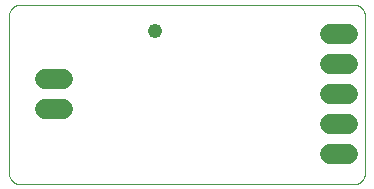
<source format=gbs>
G75*
%MOIN*%
%OFA0B0*%
%FSLAX25Y25*%
%IPPOS*%
%LPD*%
%AMOC8*
5,1,8,0,0,1.08239X$1,22.5*
%
%ADD10C,0.00000*%
%ADD11C,0.06800*%
%ADD12C,0.04800*%
D10*
X0005892Y0003769D02*
X0116719Y0003769D01*
X0116843Y0003771D01*
X0116966Y0003777D01*
X0117090Y0003786D01*
X0117212Y0003800D01*
X0117335Y0003817D01*
X0117457Y0003839D01*
X0117578Y0003864D01*
X0117698Y0003893D01*
X0117817Y0003925D01*
X0117936Y0003962D01*
X0118053Y0004002D01*
X0118168Y0004045D01*
X0118283Y0004093D01*
X0118395Y0004144D01*
X0118506Y0004198D01*
X0118616Y0004256D01*
X0118723Y0004317D01*
X0118829Y0004382D01*
X0118932Y0004450D01*
X0119033Y0004521D01*
X0119132Y0004595D01*
X0119229Y0004672D01*
X0119323Y0004753D01*
X0119414Y0004836D01*
X0119503Y0004922D01*
X0119589Y0005011D01*
X0119672Y0005102D01*
X0119753Y0005196D01*
X0119830Y0005293D01*
X0119904Y0005392D01*
X0119975Y0005493D01*
X0120043Y0005596D01*
X0120108Y0005702D01*
X0120169Y0005809D01*
X0120227Y0005919D01*
X0120281Y0006030D01*
X0120332Y0006142D01*
X0120380Y0006257D01*
X0120423Y0006372D01*
X0120463Y0006489D01*
X0120500Y0006608D01*
X0120532Y0006727D01*
X0120561Y0006847D01*
X0120586Y0006968D01*
X0120608Y0007090D01*
X0120625Y0007213D01*
X0120639Y0007335D01*
X0120648Y0007459D01*
X0120654Y0007582D01*
X0120656Y0007706D01*
X0120656Y0059792D01*
X0120654Y0059916D01*
X0120648Y0060039D01*
X0120639Y0060163D01*
X0120625Y0060285D01*
X0120608Y0060408D01*
X0120586Y0060530D01*
X0120561Y0060651D01*
X0120532Y0060771D01*
X0120500Y0060890D01*
X0120463Y0061009D01*
X0120423Y0061126D01*
X0120380Y0061241D01*
X0120332Y0061356D01*
X0120281Y0061468D01*
X0120227Y0061579D01*
X0120169Y0061689D01*
X0120108Y0061796D01*
X0120043Y0061902D01*
X0119975Y0062005D01*
X0119904Y0062106D01*
X0119830Y0062205D01*
X0119753Y0062302D01*
X0119672Y0062396D01*
X0119589Y0062487D01*
X0119503Y0062576D01*
X0119414Y0062662D01*
X0119323Y0062745D01*
X0119229Y0062826D01*
X0119132Y0062903D01*
X0119033Y0062977D01*
X0118932Y0063048D01*
X0118829Y0063116D01*
X0118723Y0063181D01*
X0118616Y0063242D01*
X0118506Y0063300D01*
X0118395Y0063354D01*
X0118283Y0063405D01*
X0118168Y0063453D01*
X0118053Y0063496D01*
X0117936Y0063536D01*
X0117817Y0063573D01*
X0117698Y0063605D01*
X0117578Y0063634D01*
X0117457Y0063659D01*
X0117335Y0063681D01*
X0117212Y0063698D01*
X0117090Y0063712D01*
X0116966Y0063721D01*
X0116843Y0063727D01*
X0116719Y0063729D01*
X0005892Y0063729D01*
X0005768Y0063727D01*
X0005645Y0063721D01*
X0005521Y0063712D01*
X0005399Y0063698D01*
X0005276Y0063681D01*
X0005154Y0063659D01*
X0005033Y0063634D01*
X0004913Y0063605D01*
X0004794Y0063573D01*
X0004675Y0063536D01*
X0004558Y0063496D01*
X0004443Y0063453D01*
X0004328Y0063405D01*
X0004216Y0063354D01*
X0004105Y0063300D01*
X0003995Y0063242D01*
X0003888Y0063181D01*
X0003782Y0063116D01*
X0003679Y0063048D01*
X0003578Y0062977D01*
X0003479Y0062903D01*
X0003382Y0062826D01*
X0003288Y0062745D01*
X0003197Y0062662D01*
X0003108Y0062576D01*
X0003022Y0062487D01*
X0002939Y0062396D01*
X0002858Y0062302D01*
X0002781Y0062205D01*
X0002707Y0062106D01*
X0002636Y0062005D01*
X0002568Y0061902D01*
X0002503Y0061796D01*
X0002442Y0061689D01*
X0002384Y0061579D01*
X0002330Y0061468D01*
X0002279Y0061356D01*
X0002231Y0061241D01*
X0002188Y0061126D01*
X0002148Y0061009D01*
X0002111Y0060890D01*
X0002079Y0060771D01*
X0002050Y0060651D01*
X0002025Y0060530D01*
X0002003Y0060408D01*
X0001986Y0060285D01*
X0001972Y0060163D01*
X0001963Y0060039D01*
X0001957Y0059916D01*
X0001955Y0059792D01*
X0001955Y0007706D01*
X0001957Y0007582D01*
X0001963Y0007459D01*
X0001972Y0007335D01*
X0001986Y0007213D01*
X0002003Y0007090D01*
X0002025Y0006968D01*
X0002050Y0006847D01*
X0002079Y0006727D01*
X0002111Y0006608D01*
X0002148Y0006489D01*
X0002188Y0006372D01*
X0002231Y0006257D01*
X0002279Y0006142D01*
X0002330Y0006030D01*
X0002384Y0005919D01*
X0002442Y0005809D01*
X0002503Y0005702D01*
X0002568Y0005596D01*
X0002636Y0005493D01*
X0002707Y0005392D01*
X0002781Y0005293D01*
X0002858Y0005196D01*
X0002939Y0005102D01*
X0003022Y0005011D01*
X0003108Y0004922D01*
X0003197Y0004836D01*
X0003288Y0004753D01*
X0003382Y0004672D01*
X0003479Y0004595D01*
X0003578Y0004521D01*
X0003679Y0004450D01*
X0003782Y0004382D01*
X0003888Y0004317D01*
X0003995Y0004256D01*
X0004105Y0004198D01*
X0004216Y0004144D01*
X0004328Y0004093D01*
X0004443Y0004045D01*
X0004558Y0004002D01*
X0004675Y0003962D01*
X0004794Y0003925D01*
X0004913Y0003893D01*
X0005033Y0003864D01*
X0005154Y0003839D01*
X0005276Y0003817D01*
X0005399Y0003800D01*
X0005521Y0003786D01*
X0005645Y0003777D01*
X0005768Y0003771D01*
X0005892Y0003769D01*
D11*
X0013955Y0028769D02*
X0019955Y0028769D01*
X0019955Y0038769D02*
X0013955Y0038769D01*
X0108955Y0043769D02*
X0114955Y0043769D01*
X0114955Y0053769D02*
X0108955Y0053769D01*
X0108955Y0033769D02*
X0114955Y0033769D01*
X0114955Y0023769D02*
X0108955Y0023769D01*
X0108955Y0013769D02*
X0114955Y0013769D01*
D12*
X0050555Y0055069D03*
M02*

</source>
